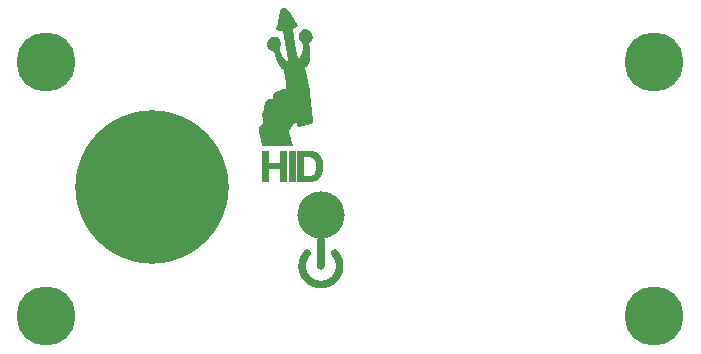
<source format=gbr>
%TF.GenerationSoftware,KiCad,Pcbnew,(7.0.0)*%
%TF.CreationDate,2023-02-18T15:18:28+00:00*%
%TF.ProjectId,frontcase,66726f6e-7463-4617-9365-2e6b69636164,rev?*%
%TF.SameCoordinates,Original*%
%TF.FileFunction,Soldermask,Top*%
%TF.FilePolarity,Negative*%
%FSLAX46Y46*%
G04 Gerber Fmt 4.6, Leading zero omitted, Abs format (unit mm)*
G04 Created by KiCad (PCBNEW (7.0.0)) date 2023-02-18 15:18:28*
%MOMM*%
%LPD*%
G01*
G04 APERTURE LIST*
%ADD10C,0.070000*%
%ADD11C,0.000000*%
%ADD12C,4.000000*%
%ADD13C,5.000000*%
%ADD14C,13.000000*%
G04 APERTURE END LIST*
D10*
G36*
X138342526Y-81439665D02*
G01*
X138359004Y-81441188D01*
X138375674Y-81443549D01*
X138392520Y-81446747D01*
X138409528Y-81450782D01*
X138426682Y-81455655D01*
X138461362Y-81467910D01*
X138496437Y-81483510D01*
X138531781Y-81502454D01*
X138567269Y-81524738D01*
X138602776Y-81550362D01*
X138638177Y-81579322D01*
X138673347Y-81611617D01*
X138708161Y-81647245D01*
X138742493Y-81686204D01*
X138776220Y-81728491D01*
X138809215Y-81774105D01*
X138841354Y-81823044D01*
X138872512Y-81875305D01*
X138920790Y-81959321D01*
X138980711Y-82062142D01*
X139044646Y-82170750D01*
X139104963Y-82272129D01*
X139132792Y-82319171D01*
X139159864Y-82366049D01*
X139185507Y-82411521D01*
X139209051Y-82454348D01*
X139229823Y-82493288D01*
X139247151Y-82527103D01*
X139260365Y-82554552D01*
X139268793Y-82574395D01*
X139272023Y-82582484D01*
X139275872Y-82591077D01*
X139280288Y-82600098D01*
X139285223Y-82609471D01*
X139290625Y-82619120D01*
X139296444Y-82628970D01*
X139302631Y-82638945D01*
X139309135Y-82648970D01*
X139315907Y-82658969D01*
X139322895Y-82668865D01*
X139330050Y-82678585D01*
X139337321Y-82688051D01*
X139344659Y-82697189D01*
X139352014Y-82705922D01*
X139359334Y-82714176D01*
X139366571Y-82721874D01*
X139379160Y-82735231D01*
X139390648Y-82748236D01*
X139401027Y-82760901D01*
X139410290Y-82773240D01*
X139418430Y-82785264D01*
X139425439Y-82796987D01*
X139431311Y-82808420D01*
X139436038Y-82819576D01*
X139439614Y-82830467D01*
X139442031Y-82841106D01*
X139443283Y-82851505D01*
X139443361Y-82861677D01*
X139442260Y-82871635D01*
X139439973Y-82881390D01*
X139436491Y-82890955D01*
X139431808Y-82900343D01*
X139425917Y-82909566D01*
X139418810Y-82918636D01*
X139410482Y-82927566D01*
X139400924Y-82936369D01*
X139390129Y-82945057D01*
X139378092Y-82953641D01*
X139364803Y-82962136D01*
X139350257Y-82970553D01*
X139334446Y-82978905D01*
X139317364Y-82987203D01*
X139299002Y-82995462D01*
X139279355Y-83003692D01*
X139258414Y-83011907D01*
X139236174Y-83020119D01*
X139187764Y-83036583D01*
X139051874Y-83080925D01*
X139010183Y-83094815D01*
X138994453Y-83100393D01*
X139002818Y-83150432D01*
X139026734Y-83285381D01*
X139106519Y-83727678D01*
X139151605Y-83981812D01*
X139190380Y-84211349D01*
X139218713Y-84391087D01*
X139232474Y-84495822D01*
X139250666Y-84645289D01*
X139280748Y-84828482D01*
X139318991Y-85028726D01*
X139361668Y-85229343D01*
X139405051Y-85413659D01*
X139445411Y-85564996D01*
X139463292Y-85623086D01*
X139479019Y-85666678D01*
X139492127Y-85693687D01*
X139497553Y-85700321D01*
X139502149Y-85702028D01*
X139545969Y-85689814D01*
X139587999Y-85671532D01*
X139628182Y-85647542D01*
X139666465Y-85618207D01*
X139702793Y-85583887D01*
X139737111Y-85544946D01*
X139769364Y-85501744D01*
X139799499Y-85454643D01*
X139827459Y-85404005D01*
X139853192Y-85350191D01*
X139876641Y-85293563D01*
X139897752Y-85234483D01*
X139916472Y-85173312D01*
X139932744Y-85110411D01*
X139946515Y-85046144D01*
X139957730Y-84980870D01*
X139966333Y-84914953D01*
X139972272Y-84848752D01*
X139975490Y-84782631D01*
X139975934Y-84716951D01*
X139973548Y-84652073D01*
X139968279Y-84588359D01*
X139960071Y-84526171D01*
X139948869Y-84465870D01*
X139934620Y-84407818D01*
X139917268Y-84352377D01*
X139896759Y-84299907D01*
X139873038Y-84250772D01*
X139846051Y-84205332D01*
X139815743Y-84163950D01*
X139782059Y-84126986D01*
X139744945Y-84094803D01*
X139724282Y-84077776D01*
X139705410Y-84059670D01*
X139688318Y-84040535D01*
X139672994Y-84020425D01*
X139659427Y-83999391D01*
X139647607Y-83977486D01*
X139637523Y-83954762D01*
X139629163Y-83931271D01*
X139622517Y-83907065D01*
X139617574Y-83882197D01*
X139614323Y-83856718D01*
X139612753Y-83830681D01*
X139612852Y-83804138D01*
X139614611Y-83777141D01*
X139618018Y-83749742D01*
X139623061Y-83721994D01*
X139629731Y-83693949D01*
X139638016Y-83665659D01*
X139647905Y-83637175D01*
X139659387Y-83608552D01*
X139672451Y-83579839D01*
X139687087Y-83551090D01*
X139703283Y-83522357D01*
X139721029Y-83493692D01*
X139740313Y-83465148D01*
X139761124Y-83436776D01*
X139783452Y-83408628D01*
X139807286Y-83380757D01*
X139832614Y-83353215D01*
X139859426Y-83326055D01*
X139887710Y-83299327D01*
X139917456Y-83273086D01*
X139929122Y-83263734D01*
X139941279Y-83255138D01*
X139953907Y-83247295D01*
X139966985Y-83240203D01*
X139980492Y-83233859D01*
X139994407Y-83228261D01*
X140008710Y-83223406D01*
X140023379Y-83219291D01*
X140038394Y-83215914D01*
X140053735Y-83213273D01*
X140069380Y-83211364D01*
X140085308Y-83210186D01*
X140101499Y-83209736D01*
X140117932Y-83210011D01*
X140134586Y-83211008D01*
X140151440Y-83212726D01*
X140168474Y-83215161D01*
X140185667Y-83218311D01*
X140202997Y-83222174D01*
X140220444Y-83226747D01*
X140255607Y-83238011D01*
X140290989Y-83252085D01*
X140326422Y-83268948D01*
X140361742Y-83288579D01*
X140396781Y-83310957D01*
X140431372Y-83336064D01*
X140463269Y-83361893D01*
X140493308Y-83388702D01*
X140521484Y-83416414D01*
X140547791Y-83444953D01*
X140572223Y-83474241D01*
X140594775Y-83504201D01*
X140615441Y-83534758D01*
X140634215Y-83565833D01*
X140651091Y-83597351D01*
X140666063Y-83629234D01*
X140679125Y-83661406D01*
X140690272Y-83693790D01*
X140699498Y-83726309D01*
X140706797Y-83758887D01*
X140712163Y-83791446D01*
X140715590Y-83823909D01*
X140717073Y-83856201D01*
X140716606Y-83888244D01*
X140714182Y-83919961D01*
X140709797Y-83951276D01*
X140703444Y-83982111D01*
X140695117Y-84012391D01*
X140684810Y-84042038D01*
X140672519Y-84070975D01*
X140658236Y-84099126D01*
X140641957Y-84126413D01*
X140623675Y-84152761D01*
X140603384Y-84178092D01*
X140581079Y-84202329D01*
X140556754Y-84225396D01*
X140530403Y-84247216D01*
X140502020Y-84267712D01*
X140483796Y-84280036D01*
X140467955Y-84291221D01*
X140460911Y-84296573D01*
X140454441Y-84301864D01*
X140448540Y-84307170D01*
X140443200Y-84312564D01*
X140438414Y-84318123D01*
X140434174Y-84323920D01*
X140430475Y-84330031D01*
X140427309Y-84336530D01*
X140424669Y-84343492D01*
X140422549Y-84350992D01*
X140420941Y-84359105D01*
X140419838Y-84367905D01*
X140419233Y-84377467D01*
X140419120Y-84387867D01*
X140419491Y-84399178D01*
X140420340Y-84411476D01*
X140421659Y-84424835D01*
X140423441Y-84439331D01*
X140425681Y-84455037D01*
X140428369Y-84472030D01*
X140435068Y-84510171D01*
X140443482Y-84554353D01*
X140465232Y-84663233D01*
X140485837Y-84771998D01*
X140501905Y-84873023D01*
X140508307Y-84921840D01*
X140513659Y-84970170D01*
X140517988Y-85018495D01*
X140521322Y-85067297D01*
X140523688Y-85117060D01*
X140525116Y-85168265D01*
X140525264Y-85276933D01*
X140521989Y-85397160D01*
X140515513Y-85532808D01*
X140509291Y-85622707D01*
X140500800Y-85706553D01*
X140489872Y-85784616D01*
X140476335Y-85857171D01*
X140460021Y-85924490D01*
X140440758Y-85986846D01*
X140418376Y-86044511D01*
X140392705Y-86097760D01*
X140363575Y-86146864D01*
X140330816Y-86192096D01*
X140294257Y-86233729D01*
X140253728Y-86272036D01*
X140209060Y-86307291D01*
X140160081Y-86339765D01*
X140106622Y-86369731D01*
X140048513Y-86397463D01*
X140479050Y-88378143D01*
X140485931Y-88421874D01*
X140492796Y-88470738D01*
X140499462Y-88523088D01*
X140505747Y-88577278D01*
X140511470Y-88631663D01*
X140516446Y-88684596D01*
X140520495Y-88734432D01*
X140523434Y-88779525D01*
X140535033Y-88960464D01*
X140549568Y-89139401D01*
X140566470Y-89311825D01*
X140585173Y-89473224D01*
X140605110Y-89619087D01*
X140625713Y-89744901D01*
X140646414Y-89846156D01*
X140666646Y-89918338D01*
X140672901Y-89936890D01*
X140678253Y-89954569D01*
X140682701Y-89971419D01*
X140686243Y-89987486D01*
X140688878Y-90002816D01*
X140690603Y-90017453D01*
X140691417Y-90031443D01*
X140691317Y-90044831D01*
X140690302Y-90057661D01*
X140688370Y-90069979D01*
X140685520Y-90081831D01*
X140681749Y-90093261D01*
X140677055Y-90104315D01*
X140671437Y-90115037D01*
X140664893Y-90125473D01*
X140657421Y-90135669D01*
X140648952Y-90146627D01*
X140645173Y-90151771D01*
X140641708Y-90156767D01*
X140638565Y-90161670D01*
X140635753Y-90166536D01*
X140633280Y-90171422D01*
X140631154Y-90176383D01*
X140629384Y-90181475D01*
X140627977Y-90186754D01*
X140626942Y-90192276D01*
X140626286Y-90198098D01*
X140626019Y-90204274D01*
X140626149Y-90210862D01*
X140626683Y-90217916D01*
X140627630Y-90225494D01*
X140628998Y-90233650D01*
X140630795Y-90242441D01*
X140633030Y-90251923D01*
X140635711Y-90262151D01*
X140638846Y-90273183D01*
X140642443Y-90285073D01*
X140646510Y-90297877D01*
X140651056Y-90311652D01*
X140661617Y-90342338D01*
X140674190Y-90377578D01*
X140688843Y-90417819D01*
X140705641Y-90463510D01*
X140728118Y-90527061D01*
X140747275Y-90586791D01*
X140763101Y-90642839D01*
X140775588Y-90695341D01*
X140784725Y-90744437D01*
X140790502Y-90790266D01*
X140792911Y-90832964D01*
X140791942Y-90872671D01*
X140787584Y-90909525D01*
X140779829Y-90943663D01*
X140768666Y-90975225D01*
X140754086Y-91004348D01*
X140736079Y-91031172D01*
X140714635Y-91055833D01*
X140689746Y-91078471D01*
X140661401Y-91099223D01*
X140630669Y-91116735D01*
X140589359Y-91136023D01*
X140538830Y-91156707D01*
X140480445Y-91178406D01*
X140345545Y-91223322D01*
X140195547Y-91267720D01*
X140041339Y-91308550D01*
X139893807Y-91342763D01*
X139825948Y-91356434D01*
X139763840Y-91367307D01*
X139708845Y-91375001D01*
X139662324Y-91379133D01*
X139565127Y-91384306D01*
X139502329Y-91210529D01*
X139481510Y-91153251D01*
X139465204Y-91110318D01*
X139458319Y-91093634D01*
X139452054Y-91079821D01*
X139446239Y-91068639D01*
X139440705Y-91059850D01*
X139435281Y-91053214D01*
X139432558Y-91050630D01*
X139429799Y-91048494D01*
X139426983Y-91046778D01*
X139424088Y-91045451D01*
X139421094Y-91044483D01*
X139417980Y-91043845D01*
X139411304Y-91043438D01*
X139403891Y-91043991D01*
X139386176Y-91047024D01*
X139372418Y-91050483D01*
X139354924Y-91056164D01*
X139311281Y-91072969D01*
X139260351Y-91094977D01*
X139207238Y-91119731D01*
X139157044Y-91144770D01*
X139114872Y-91167634D01*
X139098390Y-91177482D01*
X139085827Y-91185864D01*
X139077822Y-91192472D01*
X139075727Y-91195015D01*
X139075011Y-91196999D01*
X139074946Y-91197732D01*
X139074751Y-91198660D01*
X139073987Y-91201074D01*
X139072745Y-91204194D01*
X139071051Y-91207976D01*
X139068931Y-91212371D01*
X139066409Y-91217334D01*
X139060267Y-91228774D01*
X139052829Y-91241924D01*
X139044302Y-91256411D01*
X139034892Y-91271862D01*
X139024802Y-91287905D01*
X139000495Y-91326654D01*
X138971440Y-91374046D01*
X138941286Y-91424082D01*
X138913678Y-91470760D01*
X138900109Y-91493231D01*
X138884868Y-91517150D01*
X138868473Y-91541783D01*
X138851442Y-91566395D01*
X138834293Y-91590251D01*
X138817545Y-91612615D01*
X138801716Y-91632753D01*
X138787323Y-91649928D01*
X138780377Y-91658602D01*
X138773885Y-91668185D01*
X138767845Y-91678642D01*
X138762258Y-91689937D01*
X138757124Y-91702034D01*
X138752443Y-91714899D01*
X138744438Y-91742788D01*
X138738243Y-91773318D01*
X138733856Y-91806207D01*
X138731276Y-91841168D01*
X138730503Y-91877918D01*
X138731536Y-91916173D01*
X138734373Y-91955647D01*
X138739014Y-91996058D01*
X138745457Y-92037119D01*
X138753703Y-92078547D01*
X138763749Y-92120058D01*
X138775595Y-92161367D01*
X138789240Y-92202190D01*
X138813814Y-92276582D01*
X138852390Y-92400273D01*
X138899679Y-92556051D01*
X138950393Y-92726705D01*
X138996504Y-92880440D01*
X139050305Y-93056536D01*
X136500000Y-93056536D01*
X136399221Y-92504455D01*
X136358737Y-92279330D01*
X136326330Y-92085616D01*
X136301840Y-91921776D01*
X136285103Y-91786271D01*
X136275957Y-91677563D01*
X136274239Y-91594114D01*
X136276114Y-91561382D01*
X136279786Y-91534387D01*
X136285234Y-91512937D01*
X136292438Y-91496842D01*
X136295003Y-91493038D01*
X136298977Y-91487811D01*
X136310816Y-91473459D01*
X136327283Y-91454523D01*
X136347710Y-91431741D01*
X136371427Y-91405851D01*
X136397763Y-91377592D01*
X136426049Y-91347700D01*
X136455616Y-91316915D01*
X136485458Y-91285566D01*
X136512266Y-91256257D01*
X136536135Y-91228777D01*
X136557157Y-91202913D01*
X136575425Y-91178453D01*
X136591035Y-91155186D01*
X136604079Y-91132898D01*
X136614651Y-91111379D01*
X136619039Y-91100841D01*
X136622844Y-91090415D01*
X136626079Y-91080076D01*
X136628753Y-91069796D01*
X136630880Y-91059549D01*
X136632471Y-91049309D01*
X136633537Y-91039049D01*
X136634091Y-91028742D01*
X136633708Y-91007883D01*
X136631414Y-90986520D01*
X136627304Y-90964441D01*
X136621471Y-90941434D01*
X136616988Y-90925007D01*
X136612133Y-90906173D01*
X136601929Y-90863937D01*
X136592090Y-90820035D01*
X136587693Y-90799118D01*
X136583850Y-90779774D01*
X136566766Y-90691778D01*
X136549630Y-90605056D01*
X136543116Y-90567826D01*
X136538456Y-90530775D01*
X136535620Y-90494054D01*
X136534576Y-90457813D01*
X136535294Y-90422203D01*
X136537742Y-90387375D01*
X136541889Y-90353478D01*
X136547704Y-90320664D01*
X136555157Y-90289083D01*
X136564216Y-90258886D01*
X136574849Y-90230224D01*
X136587027Y-90203246D01*
X136600717Y-90178103D01*
X136615889Y-90154947D01*
X136632512Y-90133928D01*
X136650554Y-90115195D01*
X136661850Y-90104592D01*
X136671723Y-90095124D01*
X136680252Y-90086521D01*
X136684039Y-90082458D01*
X136687520Y-90078510D01*
X136690706Y-90074641D01*
X136693607Y-90070819D01*
X136696233Y-90067009D01*
X136698594Y-90063177D01*
X136700701Y-90059289D01*
X136702562Y-90055312D01*
X136704189Y-90051210D01*
X136705592Y-90046951D01*
X136706780Y-90042501D01*
X136707764Y-90037824D01*
X136708554Y-90032888D01*
X136709159Y-90027658D01*
X136709591Y-90022101D01*
X136709859Y-90016182D01*
X136709974Y-90009867D01*
X136709945Y-90003122D01*
X136709496Y-89988209D01*
X136708594Y-89971170D01*
X136705756Y-89929625D01*
X136702238Y-89845881D01*
X136703849Y-89765770D01*
X136710480Y-89689469D01*
X136722020Y-89617152D01*
X136738363Y-89548996D01*
X136759398Y-89485177D01*
X136785016Y-89425871D01*
X136799511Y-89397966D01*
X136815110Y-89371255D01*
X136831801Y-89345760D01*
X136849570Y-89321503D01*
X136868404Y-89298507D01*
X136888288Y-89276793D01*
X136909209Y-89256384D01*
X136931154Y-89237301D01*
X136954108Y-89219566D01*
X136978059Y-89203201D01*
X137002993Y-89188229D01*
X137028896Y-89174671D01*
X137055754Y-89162550D01*
X137083554Y-89151886D01*
X137112282Y-89142704D01*
X137141925Y-89135023D01*
X137172469Y-89128867D01*
X137203901Y-89124258D01*
X137222544Y-89121685D01*
X137243268Y-89118240D01*
X137265382Y-89114072D01*
X137288193Y-89109333D01*
X137311009Y-89104171D01*
X137333140Y-89098737D01*
X137353894Y-89093180D01*
X137372578Y-89087651D01*
X137457043Y-89061135D01*
X137457043Y-88928668D01*
X137457968Y-88890905D01*
X137460723Y-88854766D01*
X137465279Y-88820299D01*
X137471608Y-88787554D01*
X137479683Y-88756581D01*
X137489473Y-88727429D01*
X137500951Y-88700149D01*
X137514088Y-88674789D01*
X137528856Y-88651401D01*
X137545226Y-88630033D01*
X137563169Y-88610735D01*
X137582658Y-88593557D01*
X137603663Y-88578548D01*
X137626157Y-88565759D01*
X137650110Y-88555239D01*
X137675494Y-88547038D01*
X137693015Y-88541684D01*
X137714646Y-88534036D01*
X137739537Y-88524452D01*
X137766836Y-88513290D01*
X137795693Y-88500906D01*
X137825255Y-88487659D01*
X137854673Y-88473906D01*
X137883094Y-88460004D01*
X137965218Y-88420667D01*
X138049512Y-88383742D01*
X138134370Y-88349782D01*
X138218185Y-88319342D01*
X138299351Y-88292973D01*
X138376261Y-88271230D01*
X138412618Y-88262265D01*
X138447308Y-88254665D01*
X138480131Y-88248497D01*
X138510886Y-88243832D01*
X138526414Y-88238398D01*
X138539438Y-88226732D01*
X138550075Y-88209159D01*
X138558441Y-88186007D01*
X138564655Y-88157605D01*
X138568832Y-88124279D01*
X138571546Y-88044165D01*
X138567518Y-87948287D01*
X138557687Y-87839264D01*
X138542986Y-87719715D01*
X138524354Y-87592262D01*
X138479034Y-87324118D01*
X138429217Y-87055791D01*
X138382391Y-86808240D01*
X138346043Y-86602423D01*
X138334298Y-86596087D01*
X138322474Y-86589396D01*
X138310512Y-86582318D01*
X138298356Y-86574820D01*
X138285948Y-86566871D01*
X138273231Y-86558437D01*
X138260146Y-86549486D01*
X138246638Y-86539987D01*
X138223637Y-86522668D01*
X138200525Y-86503412D01*
X138154067Y-86459284D01*
X138107472Y-86407999D01*
X138060946Y-86349953D01*
X138014696Y-86285541D01*
X137968929Y-86215160D01*
X137923851Y-86139205D01*
X137879669Y-86058071D01*
X137836591Y-85972155D01*
X137794822Y-85881853D01*
X137754569Y-85787559D01*
X137716040Y-85689670D01*
X137679440Y-85588583D01*
X137644977Y-85484691D01*
X137612858Y-85378392D01*
X137583288Y-85270080D01*
X137526496Y-85050326D01*
X137426079Y-85026885D01*
X137360473Y-85008439D01*
X137300077Y-84985205D01*
X137244832Y-84957546D01*
X137194678Y-84925825D01*
X137149555Y-84890405D01*
X137109404Y-84851649D01*
X137074167Y-84809921D01*
X137043783Y-84765583D01*
X137018193Y-84719000D01*
X136997338Y-84670533D01*
X136981159Y-84620547D01*
X136969595Y-84569403D01*
X136962589Y-84517467D01*
X136960080Y-84465099D01*
X136962009Y-84412665D01*
X136968317Y-84360527D01*
X136978944Y-84309047D01*
X136993831Y-84258590D01*
X137012919Y-84209518D01*
X137036148Y-84162195D01*
X137063459Y-84116984D01*
X137094793Y-84074247D01*
X137130090Y-84034349D01*
X137169291Y-83997652D01*
X137212336Y-83964519D01*
X137259167Y-83935313D01*
X137309723Y-83910398D01*
X137363946Y-83890137D01*
X137421776Y-83874894D01*
X137483154Y-83865030D01*
X137548020Y-83860909D01*
X137616315Y-83862895D01*
X137644777Y-83866225D01*
X137672518Y-83871906D01*
X137699498Y-83879844D01*
X137725675Y-83889948D01*
X137751011Y-83902123D01*
X137775464Y-83916278D01*
X137798995Y-83932320D01*
X137821562Y-83950156D01*
X137843127Y-83969693D01*
X137863647Y-83990839D01*
X137883084Y-84013500D01*
X137901396Y-84037585D01*
X137918544Y-84063000D01*
X137934487Y-84089652D01*
X137949185Y-84117450D01*
X137962597Y-84146299D01*
X137974684Y-84176108D01*
X137985404Y-84206784D01*
X137994719Y-84238234D01*
X138002586Y-84270365D01*
X138008966Y-84303084D01*
X138013819Y-84336299D01*
X138017105Y-84369917D01*
X138018782Y-84403846D01*
X138018811Y-84437992D01*
X138017151Y-84472263D01*
X138013763Y-84506566D01*
X138008605Y-84540808D01*
X138001638Y-84574897D01*
X137992821Y-84608739D01*
X137982114Y-84642243D01*
X137969477Y-84675315D01*
X137926611Y-84778627D01*
X137997366Y-85029491D01*
X138020288Y-85105526D01*
X138045984Y-85181309D01*
X138074113Y-85256264D01*
X138104335Y-85329811D01*
X138136309Y-85401372D01*
X138169693Y-85470369D01*
X138204146Y-85536223D01*
X138239328Y-85598356D01*
X138274897Y-85656191D01*
X138310512Y-85709148D01*
X138345833Y-85756649D01*
X138380517Y-85798117D01*
X138414224Y-85832972D01*
X138446614Y-85860638D01*
X138477344Y-85880534D01*
X138491981Y-85887388D01*
X138506074Y-85892083D01*
X138519326Y-85895108D01*
X138534218Y-85897773D01*
X138550402Y-85900074D01*
X138567527Y-85902007D01*
X138603202Y-85904750D01*
X138638445Y-85905966D01*
X138670458Y-85905618D01*
X138684379Y-85904846D01*
X138696443Y-85903670D01*
X138706301Y-85902086D01*
X138713602Y-85900087D01*
X138716185Y-85898932D01*
X138717997Y-85897671D01*
X138718996Y-85896305D01*
X138719137Y-85894833D01*
X138710721Y-85811710D01*
X138692332Y-85621217D01*
X138683599Y-85543643D01*
X138670187Y-85444931D01*
X138652075Y-85324949D01*
X138629240Y-85183564D01*
X138569314Y-84836053D01*
X138490231Y-84401337D01*
X138363167Y-83700841D01*
X138322699Y-83466345D01*
X138305674Y-83354801D01*
X138302949Y-83323956D01*
X138301652Y-83311510D01*
X138300287Y-83300884D01*
X138298770Y-83291958D01*
X138297016Y-83284607D01*
X138296025Y-83281485D01*
X138294943Y-83278711D01*
X138293759Y-83276269D01*
X138292465Y-83274146D01*
X138291048Y-83272324D01*
X138289499Y-83270790D01*
X138287806Y-83269527D01*
X138285960Y-83268521D01*
X138283950Y-83267756D01*
X138281766Y-83267217D01*
X138279396Y-83266888D01*
X138276831Y-83266754D01*
X138271073Y-83267012D01*
X138264406Y-83267867D01*
X138248012Y-83270879D01*
X138221156Y-83275573D01*
X138193396Y-83279369D01*
X138164963Y-83282283D01*
X138136087Y-83284327D01*
X138106996Y-83285516D01*
X138077921Y-83285864D01*
X138049090Y-83285383D01*
X138020733Y-83284089D01*
X137993080Y-83281995D01*
X137966361Y-83279114D01*
X137940804Y-83275462D01*
X137916639Y-83271051D01*
X137894096Y-83265895D01*
X137873405Y-83260009D01*
X137854794Y-83253406D01*
X137838493Y-83246100D01*
X137828465Y-83240871D01*
X137818991Y-83235641D01*
X137810065Y-83230390D01*
X137801682Y-83225102D01*
X137793838Y-83219759D01*
X137786527Y-83214342D01*
X137779745Y-83208836D01*
X137773487Y-83203220D01*
X137767748Y-83197479D01*
X137762523Y-83191595D01*
X137757808Y-83185548D01*
X137753596Y-83179323D01*
X137749884Y-83172901D01*
X137746667Y-83166265D01*
X137743939Y-83159396D01*
X137741695Y-83152277D01*
X137739932Y-83144891D01*
X137738644Y-83137220D01*
X137737825Y-83129245D01*
X137737472Y-83120950D01*
X137737579Y-83112317D01*
X137738142Y-83103327D01*
X137739155Y-83093964D01*
X137740613Y-83084209D01*
X137742512Y-83074045D01*
X137744848Y-83063455D01*
X137747614Y-83052419D01*
X137750806Y-83040922D01*
X137758448Y-83016469D01*
X137767737Y-82989955D01*
X137798910Y-82890975D01*
X137835482Y-82753338D01*
X137874608Y-82590353D01*
X137913442Y-82415332D01*
X137949141Y-82241585D01*
X137978860Y-82082421D01*
X137999754Y-81951153D01*
X138006002Y-81900138D01*
X138008978Y-81861089D01*
X138012409Y-81809396D01*
X138018611Y-81761089D01*
X138027457Y-81716163D01*
X138038823Y-81674619D01*
X138052584Y-81636452D01*
X138060323Y-81618635D01*
X138068614Y-81601662D01*
X138077442Y-81585532D01*
X138086790Y-81570245D01*
X138096643Y-81555802D01*
X138106985Y-81542201D01*
X138117801Y-81529443D01*
X138129075Y-81517527D01*
X138140791Y-81506452D01*
X138152934Y-81496220D01*
X138165489Y-81486829D01*
X138178439Y-81478278D01*
X138191769Y-81470569D01*
X138205463Y-81463701D01*
X138219506Y-81457672D01*
X138233882Y-81452484D01*
X138248575Y-81448135D01*
X138263570Y-81444627D01*
X138278851Y-81441957D01*
X138294403Y-81440126D01*
X138326256Y-81438981D01*
X138342526Y-81439665D01*
G37*
X138342526Y-81439665D02*
X138359004Y-81441188D01*
X138375674Y-81443549D01*
X138392520Y-81446747D01*
X138409528Y-81450782D01*
X138426682Y-81455655D01*
X138461362Y-81467910D01*
X138496437Y-81483510D01*
X138531781Y-81502454D01*
X138567269Y-81524738D01*
X138602776Y-81550362D01*
X138638177Y-81579322D01*
X138673347Y-81611617D01*
X138708161Y-81647245D01*
X138742493Y-81686204D01*
X138776220Y-81728491D01*
X138809215Y-81774105D01*
X138841354Y-81823044D01*
X138872512Y-81875305D01*
X138920790Y-81959321D01*
X138980711Y-82062142D01*
X139044646Y-82170750D01*
X139104963Y-82272129D01*
X139132792Y-82319171D01*
X139159864Y-82366049D01*
X139185507Y-82411521D01*
X139209051Y-82454348D01*
X139229823Y-82493288D01*
X139247151Y-82527103D01*
X139260365Y-82554552D01*
X139268793Y-82574395D01*
X139272023Y-82582484D01*
X139275872Y-82591077D01*
X139280288Y-82600098D01*
X139285223Y-82609471D01*
X139290625Y-82619120D01*
X139296444Y-82628970D01*
X139302631Y-82638945D01*
X139309135Y-82648970D01*
X139315907Y-82658969D01*
X139322895Y-82668865D01*
X139330050Y-82678585D01*
X139337321Y-82688051D01*
X139344659Y-82697189D01*
X139352014Y-82705922D01*
X139359334Y-82714176D01*
X139366571Y-82721874D01*
X139379160Y-82735231D01*
X139390648Y-82748236D01*
X139401027Y-82760901D01*
X139410290Y-82773240D01*
X139418430Y-82785264D01*
X139425439Y-82796987D01*
X139431311Y-82808420D01*
X139436038Y-82819576D01*
X139439614Y-82830467D01*
X139442031Y-82841106D01*
X139443283Y-82851505D01*
X139443361Y-82861677D01*
X139442260Y-82871635D01*
X139439973Y-82881390D01*
X139436491Y-82890955D01*
X139431808Y-82900343D01*
X139425917Y-82909566D01*
X139418810Y-82918636D01*
X139410482Y-82927566D01*
X139400924Y-82936369D01*
X139390129Y-82945057D01*
X139378092Y-82953641D01*
X139364803Y-82962136D01*
X139350257Y-82970553D01*
X139334446Y-82978905D01*
X139317364Y-82987203D01*
X139299002Y-82995462D01*
X139279355Y-83003692D01*
X139258414Y-83011907D01*
X139236174Y-83020119D01*
X139187764Y-83036583D01*
X139051874Y-83080925D01*
X139010183Y-83094815D01*
X138994453Y-83100393D01*
X139002818Y-83150432D01*
X139026734Y-83285381D01*
X139106519Y-83727678D01*
X139151605Y-83981812D01*
X139190380Y-84211349D01*
X139218713Y-84391087D01*
X139232474Y-84495822D01*
X139250666Y-84645289D01*
X139280748Y-84828482D01*
X139318991Y-85028726D01*
X139361668Y-85229343D01*
X139405051Y-85413659D01*
X139445411Y-85564996D01*
X139463292Y-85623086D01*
X139479019Y-85666678D01*
X139492127Y-85693687D01*
X139497553Y-85700321D01*
X139502149Y-85702028D01*
X139545969Y-85689814D01*
X139587999Y-85671532D01*
X139628182Y-85647542D01*
X139666465Y-85618207D01*
X139702793Y-85583887D01*
X139737111Y-85544946D01*
X139769364Y-85501744D01*
X139799499Y-85454643D01*
X139827459Y-85404005D01*
X139853192Y-85350191D01*
X139876641Y-85293563D01*
X139897752Y-85234483D01*
X139916472Y-85173312D01*
X139932744Y-85110411D01*
X139946515Y-85046144D01*
X139957730Y-84980870D01*
X139966333Y-84914953D01*
X139972272Y-84848752D01*
X139975490Y-84782631D01*
X139975934Y-84716951D01*
X139973548Y-84652073D01*
X139968279Y-84588359D01*
X139960071Y-84526171D01*
X139948869Y-84465870D01*
X139934620Y-84407818D01*
X139917268Y-84352377D01*
X139896759Y-84299907D01*
X139873038Y-84250772D01*
X139846051Y-84205332D01*
X139815743Y-84163950D01*
X139782059Y-84126986D01*
X139744945Y-84094803D01*
X139724282Y-84077776D01*
X139705410Y-84059670D01*
X139688318Y-84040535D01*
X139672994Y-84020425D01*
X139659427Y-83999391D01*
X139647607Y-83977486D01*
X139637523Y-83954762D01*
X139629163Y-83931271D01*
X139622517Y-83907065D01*
X139617574Y-83882197D01*
X139614323Y-83856718D01*
X139612753Y-83830681D01*
X139612852Y-83804138D01*
X139614611Y-83777141D01*
X139618018Y-83749742D01*
X139623061Y-83721994D01*
X139629731Y-83693949D01*
X139638016Y-83665659D01*
X139647905Y-83637175D01*
X139659387Y-83608552D01*
X139672451Y-83579839D01*
X139687087Y-83551090D01*
X139703283Y-83522357D01*
X139721029Y-83493692D01*
X139740313Y-83465148D01*
X139761124Y-83436776D01*
X139783452Y-83408628D01*
X139807286Y-83380757D01*
X139832614Y-83353215D01*
X139859426Y-83326055D01*
X139887710Y-83299327D01*
X139917456Y-83273086D01*
X139929122Y-83263734D01*
X139941279Y-83255138D01*
X139953907Y-83247295D01*
X139966985Y-83240203D01*
X139980492Y-83233859D01*
X139994407Y-83228261D01*
X140008710Y-83223406D01*
X140023379Y-83219291D01*
X140038394Y-83215914D01*
X140053735Y-83213273D01*
X140069380Y-83211364D01*
X140085308Y-83210186D01*
X140101499Y-83209736D01*
X140117932Y-83210011D01*
X140134586Y-83211008D01*
X140151440Y-83212726D01*
X140168474Y-83215161D01*
X140185667Y-83218311D01*
X140202997Y-83222174D01*
X140220444Y-83226747D01*
X140255607Y-83238011D01*
X140290989Y-83252085D01*
X140326422Y-83268948D01*
X140361742Y-83288579D01*
X140396781Y-83310957D01*
X140431372Y-83336064D01*
X140463269Y-83361893D01*
X140493308Y-83388702D01*
X140521484Y-83416414D01*
X140547791Y-83444953D01*
X140572223Y-83474241D01*
X140594775Y-83504201D01*
X140615441Y-83534758D01*
X140634215Y-83565833D01*
X140651091Y-83597351D01*
X140666063Y-83629234D01*
X140679125Y-83661406D01*
X140690272Y-83693790D01*
X140699498Y-83726309D01*
X140706797Y-83758887D01*
X140712163Y-83791446D01*
X140715590Y-83823909D01*
X140717073Y-83856201D01*
X140716606Y-83888244D01*
X140714182Y-83919961D01*
X140709797Y-83951276D01*
X140703444Y-83982111D01*
X140695117Y-84012391D01*
X140684810Y-84042038D01*
X140672519Y-84070975D01*
X140658236Y-84099126D01*
X140641957Y-84126413D01*
X140623675Y-84152761D01*
X140603384Y-84178092D01*
X140581079Y-84202329D01*
X140556754Y-84225396D01*
X140530403Y-84247216D01*
X140502020Y-84267712D01*
X140483796Y-84280036D01*
X140467955Y-84291221D01*
X140460911Y-84296573D01*
X140454441Y-84301864D01*
X140448540Y-84307170D01*
X140443200Y-84312564D01*
X140438414Y-84318123D01*
X140434174Y-84323920D01*
X140430475Y-84330031D01*
X140427309Y-84336530D01*
X140424669Y-84343492D01*
X140422549Y-84350992D01*
X140420941Y-84359105D01*
X140419838Y-84367905D01*
X140419233Y-84377467D01*
X140419120Y-84387867D01*
X140419491Y-84399178D01*
X140420340Y-84411476D01*
X140421659Y-84424835D01*
X140423441Y-84439331D01*
X140425681Y-84455037D01*
X140428369Y-84472030D01*
X140435068Y-84510171D01*
X140443482Y-84554353D01*
X140465232Y-84663233D01*
X140485837Y-84771998D01*
X140501905Y-84873023D01*
X140508307Y-84921840D01*
X140513659Y-84970170D01*
X140517988Y-85018495D01*
X140521322Y-85067297D01*
X140523688Y-85117060D01*
X140525116Y-85168265D01*
X140525264Y-85276933D01*
X140521989Y-85397160D01*
X140515513Y-85532808D01*
X140509291Y-85622707D01*
X140500800Y-85706553D01*
X140489872Y-85784616D01*
X140476335Y-85857171D01*
X140460021Y-85924490D01*
X140440758Y-85986846D01*
X140418376Y-86044511D01*
X140392705Y-86097760D01*
X140363575Y-86146864D01*
X140330816Y-86192096D01*
X140294257Y-86233729D01*
X140253728Y-86272036D01*
X140209060Y-86307291D01*
X140160081Y-86339765D01*
X140106622Y-86369731D01*
X140048513Y-86397463D01*
X140479050Y-88378143D01*
X140485931Y-88421874D01*
X140492796Y-88470738D01*
X140499462Y-88523088D01*
X140505747Y-88577278D01*
X140511470Y-88631663D01*
X140516446Y-88684596D01*
X140520495Y-88734432D01*
X140523434Y-88779525D01*
X140535033Y-88960464D01*
X140549568Y-89139401D01*
X140566470Y-89311825D01*
X140585173Y-89473224D01*
X140605110Y-89619087D01*
X140625713Y-89744901D01*
X140646414Y-89846156D01*
X140666646Y-89918338D01*
X140672901Y-89936890D01*
X140678253Y-89954569D01*
X140682701Y-89971419D01*
X140686243Y-89987486D01*
X140688878Y-90002816D01*
X140690603Y-90017453D01*
X140691417Y-90031443D01*
X140691317Y-90044831D01*
X140690302Y-90057661D01*
X140688370Y-90069979D01*
X140685520Y-90081831D01*
X140681749Y-90093261D01*
X140677055Y-90104315D01*
X140671437Y-90115037D01*
X140664893Y-90125473D01*
X140657421Y-90135669D01*
X140648952Y-90146627D01*
X140645173Y-90151771D01*
X140641708Y-90156767D01*
X140638565Y-90161670D01*
X140635753Y-90166536D01*
X140633280Y-90171422D01*
X140631154Y-90176383D01*
X140629384Y-90181475D01*
X140627977Y-90186754D01*
X140626942Y-90192276D01*
X140626286Y-90198098D01*
X140626019Y-90204274D01*
X140626149Y-90210862D01*
X140626683Y-90217916D01*
X140627630Y-90225494D01*
X140628998Y-90233650D01*
X140630795Y-90242441D01*
X140633030Y-90251923D01*
X140635711Y-90262151D01*
X140638846Y-90273183D01*
X140642443Y-90285073D01*
X140646510Y-90297877D01*
X140651056Y-90311652D01*
X140661617Y-90342338D01*
X140674190Y-90377578D01*
X140688843Y-90417819D01*
X140705641Y-90463510D01*
X140728118Y-90527061D01*
X140747275Y-90586791D01*
X140763101Y-90642839D01*
X140775588Y-90695341D01*
X140784725Y-90744437D01*
X140790502Y-90790266D01*
X140792911Y-90832964D01*
X140791942Y-90872671D01*
X140787584Y-90909525D01*
X140779829Y-90943663D01*
X140768666Y-90975225D01*
X140754086Y-91004348D01*
X140736079Y-91031172D01*
X140714635Y-91055833D01*
X140689746Y-91078471D01*
X140661401Y-91099223D01*
X140630669Y-91116735D01*
X140589359Y-91136023D01*
X140538830Y-91156707D01*
X140480445Y-91178406D01*
X140345545Y-91223322D01*
X140195547Y-91267720D01*
X140041339Y-91308550D01*
X139893807Y-91342763D01*
X139825948Y-91356434D01*
X139763840Y-91367307D01*
X139708845Y-91375001D01*
X139662324Y-91379133D01*
X139565127Y-91384306D01*
X139502329Y-91210529D01*
X139481510Y-91153251D01*
X139465204Y-91110318D01*
X139458319Y-91093634D01*
X139452054Y-91079821D01*
X139446239Y-91068639D01*
X139440705Y-91059850D01*
X139435281Y-91053214D01*
X139432558Y-91050630D01*
X139429799Y-91048494D01*
X139426983Y-91046778D01*
X139424088Y-91045451D01*
X139421094Y-91044483D01*
X139417980Y-91043845D01*
X139411304Y-91043438D01*
X139403891Y-91043991D01*
X139386176Y-91047024D01*
X139372418Y-91050483D01*
X139354924Y-91056164D01*
X139311281Y-91072969D01*
X139260351Y-91094977D01*
X139207238Y-91119731D01*
X139157044Y-91144770D01*
X139114872Y-91167634D01*
X139098390Y-91177482D01*
X139085827Y-91185864D01*
X139077822Y-91192472D01*
X139075727Y-91195015D01*
X139075011Y-91196999D01*
X139074946Y-91197732D01*
X139074751Y-91198660D01*
X139073987Y-91201074D01*
X139072745Y-91204194D01*
X139071051Y-91207976D01*
X139068931Y-91212371D01*
X139066409Y-91217334D01*
X139060267Y-91228774D01*
X139052829Y-91241924D01*
X139044302Y-91256411D01*
X139034892Y-91271862D01*
X139024802Y-91287905D01*
X139000495Y-91326654D01*
X138971440Y-91374046D01*
X138941286Y-91424082D01*
X138913678Y-91470760D01*
X138900109Y-91493231D01*
X138884868Y-91517150D01*
X138868473Y-91541783D01*
X138851442Y-91566395D01*
X138834293Y-91590251D01*
X138817545Y-91612615D01*
X138801716Y-91632753D01*
X138787323Y-91649928D01*
X138780377Y-91658602D01*
X138773885Y-91668185D01*
X138767845Y-91678642D01*
X138762258Y-91689937D01*
X138757124Y-91702034D01*
X138752443Y-91714899D01*
X138744438Y-91742788D01*
X138738243Y-91773318D01*
X138733856Y-91806207D01*
X138731276Y-91841168D01*
X138730503Y-91877918D01*
X138731536Y-91916173D01*
X138734373Y-91955647D01*
X138739014Y-91996058D01*
X138745457Y-92037119D01*
X138753703Y-92078547D01*
X138763749Y-92120058D01*
X138775595Y-92161367D01*
X138789240Y-92202190D01*
X138813814Y-92276582D01*
X138852390Y-92400273D01*
X138899679Y-92556051D01*
X138950393Y-92726705D01*
X138996504Y-92880440D01*
X139050305Y-93056536D01*
X136500000Y-93056536D01*
X136399221Y-92504455D01*
X136358737Y-92279330D01*
X136326330Y-92085616D01*
X136301840Y-91921776D01*
X136285103Y-91786271D01*
X136275957Y-91677563D01*
X136274239Y-91594114D01*
X136276114Y-91561382D01*
X136279786Y-91534387D01*
X136285234Y-91512937D01*
X136292438Y-91496842D01*
X136295003Y-91493038D01*
X136298977Y-91487811D01*
X136310816Y-91473459D01*
X136327283Y-91454523D01*
X136347710Y-91431741D01*
X136371427Y-91405851D01*
X136397763Y-91377592D01*
X136426049Y-91347700D01*
X136455616Y-91316915D01*
X136485458Y-91285566D01*
X136512266Y-91256257D01*
X136536135Y-91228777D01*
X136557157Y-91202913D01*
X136575425Y-91178453D01*
X136591035Y-91155186D01*
X136604079Y-91132898D01*
X136614651Y-91111379D01*
X136619039Y-91100841D01*
X136622844Y-91090415D01*
X136626079Y-91080076D01*
X136628753Y-91069796D01*
X136630880Y-91059549D01*
X136632471Y-91049309D01*
X136633537Y-91039049D01*
X136634091Y-91028742D01*
X136633708Y-91007883D01*
X136631414Y-90986520D01*
X136627304Y-90964441D01*
X136621471Y-90941434D01*
X136616988Y-90925007D01*
X136612133Y-90906173D01*
X136601929Y-90863937D01*
X136592090Y-90820035D01*
X136587693Y-90799118D01*
X136583850Y-90779774D01*
X136566766Y-90691778D01*
X136549630Y-90605056D01*
X136543116Y-90567826D01*
X136538456Y-90530775D01*
X136535620Y-90494054D01*
X136534576Y-90457813D01*
X136535294Y-90422203D01*
X136537742Y-90387375D01*
X136541889Y-90353478D01*
X136547704Y-90320664D01*
X136555157Y-90289083D01*
X136564216Y-90258886D01*
X136574849Y-90230224D01*
X136587027Y-90203246D01*
X136600717Y-90178103D01*
X136615889Y-90154947D01*
X136632512Y-90133928D01*
X136650554Y-90115195D01*
X136661850Y-90104592D01*
X136671723Y-90095124D01*
X136680252Y-90086521D01*
X136684039Y-90082458D01*
X136687520Y-90078510D01*
X136690706Y-90074641D01*
X136693607Y-90070819D01*
X136696233Y-90067009D01*
X136698594Y-90063177D01*
X136700701Y-90059289D01*
X136702562Y-90055312D01*
X136704189Y-90051210D01*
X136705592Y-90046951D01*
X136706780Y-90042501D01*
X136707764Y-90037824D01*
X136708554Y-90032888D01*
X136709159Y-90027658D01*
X136709591Y-90022101D01*
X136709859Y-90016182D01*
X136709974Y-90009867D01*
X136709945Y-90003122D01*
X136709496Y-89988209D01*
X136708594Y-89971170D01*
X136705756Y-89929625D01*
X136702238Y-89845881D01*
X136703849Y-89765770D01*
X136710480Y-89689469D01*
X136722020Y-89617152D01*
X136738363Y-89548996D01*
X136759398Y-89485177D01*
X136785016Y-89425871D01*
X136799511Y-89397966D01*
X136815110Y-89371255D01*
X136831801Y-89345760D01*
X136849570Y-89321503D01*
X136868404Y-89298507D01*
X136888288Y-89276793D01*
X136909209Y-89256384D01*
X136931154Y-89237301D01*
X136954108Y-89219566D01*
X136978059Y-89203201D01*
X137002993Y-89188229D01*
X137028896Y-89174671D01*
X137055754Y-89162550D01*
X137083554Y-89151886D01*
X137112282Y-89142704D01*
X137141925Y-89135023D01*
X137172469Y-89128867D01*
X137203901Y-89124258D01*
X137222544Y-89121685D01*
X137243268Y-89118240D01*
X137265382Y-89114072D01*
X137288193Y-89109333D01*
X137311009Y-89104171D01*
X137333140Y-89098737D01*
X137353894Y-89093180D01*
X137372578Y-89087651D01*
X137457043Y-89061135D01*
X137457043Y-88928668D01*
X137457968Y-88890905D01*
X137460723Y-88854766D01*
X137465279Y-88820299D01*
X137471608Y-88787554D01*
X137479683Y-88756581D01*
X137489473Y-88727429D01*
X137500951Y-88700149D01*
X137514088Y-88674789D01*
X137528856Y-88651401D01*
X137545226Y-88630033D01*
X137563169Y-88610735D01*
X137582658Y-88593557D01*
X137603663Y-88578548D01*
X137626157Y-88565759D01*
X137650110Y-88555239D01*
X137675494Y-88547038D01*
X137693015Y-88541684D01*
X137714646Y-88534036D01*
X137739537Y-88524452D01*
X137766836Y-88513290D01*
X137795693Y-88500906D01*
X137825255Y-88487659D01*
X137854673Y-88473906D01*
X137883094Y-88460004D01*
X137965218Y-88420667D01*
X138049512Y-88383742D01*
X138134370Y-88349782D01*
X138218185Y-88319342D01*
X138299351Y-88292973D01*
X138376261Y-88271230D01*
X138412618Y-88262265D01*
X138447308Y-88254665D01*
X138480131Y-88248497D01*
X138510886Y-88243832D01*
X138526414Y-88238398D01*
X138539438Y-88226732D01*
X138550075Y-88209159D01*
X138558441Y-88186007D01*
X138564655Y-88157605D01*
X138568832Y-88124279D01*
X138571546Y-88044165D01*
X138567518Y-87948287D01*
X138557687Y-87839264D01*
X138542986Y-87719715D01*
X138524354Y-87592262D01*
X138479034Y-87324118D01*
X138429217Y-87055791D01*
X138382391Y-86808240D01*
X138346043Y-86602423D01*
X138334298Y-86596087D01*
X138322474Y-86589396D01*
X138310512Y-86582318D01*
X138298356Y-86574820D01*
X138285948Y-86566871D01*
X138273231Y-86558437D01*
X138260146Y-86549486D01*
X138246638Y-86539987D01*
X138223637Y-86522668D01*
X138200525Y-86503412D01*
X138154067Y-86459284D01*
X138107472Y-86407999D01*
X138060946Y-86349953D01*
X138014696Y-86285541D01*
X137968929Y-86215160D01*
X137923851Y-86139205D01*
X137879669Y-86058071D01*
X137836591Y-85972155D01*
X137794822Y-85881853D01*
X137754569Y-85787559D01*
X137716040Y-85689670D01*
X137679440Y-85588583D01*
X137644977Y-85484691D01*
X137612858Y-85378392D01*
X137583288Y-85270080D01*
X137526496Y-85050326D01*
X137426079Y-85026885D01*
X137360473Y-85008439D01*
X137300077Y-84985205D01*
X137244832Y-84957546D01*
X137194678Y-84925825D01*
X137149555Y-84890405D01*
X137109404Y-84851649D01*
X137074167Y-84809921D01*
X137043783Y-84765583D01*
X137018193Y-84719000D01*
X136997338Y-84670533D01*
X136981159Y-84620547D01*
X136969595Y-84569403D01*
X136962589Y-84517467D01*
X136960080Y-84465099D01*
X136962009Y-84412665D01*
X136968317Y-84360527D01*
X136978944Y-84309047D01*
X136993831Y-84258590D01*
X137012919Y-84209518D01*
X137036148Y-84162195D01*
X137063459Y-84116984D01*
X137094793Y-84074247D01*
X137130090Y-84034349D01*
X137169291Y-83997652D01*
X137212336Y-83964519D01*
X137259167Y-83935313D01*
X137309723Y-83910398D01*
X137363946Y-83890137D01*
X137421776Y-83874894D01*
X137483154Y-83865030D01*
X137548020Y-83860909D01*
X137616315Y-83862895D01*
X137644777Y-83866225D01*
X137672518Y-83871906D01*
X137699498Y-83879844D01*
X137725675Y-83889948D01*
X137751011Y-83902123D01*
X137775464Y-83916278D01*
X137798995Y-83932320D01*
X137821562Y-83950156D01*
X137843127Y-83969693D01*
X137863647Y-83990839D01*
X137883084Y-84013500D01*
X137901396Y-84037585D01*
X137918544Y-84063000D01*
X137934487Y-84089652D01*
X137949185Y-84117450D01*
X137962597Y-84146299D01*
X137974684Y-84176108D01*
X137985404Y-84206784D01*
X137994719Y-84238234D01*
X138002586Y-84270365D01*
X138008966Y-84303084D01*
X138013819Y-84336299D01*
X138017105Y-84369917D01*
X138018782Y-84403846D01*
X138018811Y-84437992D01*
X138017151Y-84472263D01*
X138013763Y-84506566D01*
X138008605Y-84540808D01*
X138001638Y-84574897D01*
X137992821Y-84608739D01*
X137982114Y-84642243D01*
X137969477Y-84675315D01*
X137926611Y-84778627D01*
X137997366Y-85029491D01*
X138020288Y-85105526D01*
X138045984Y-85181309D01*
X138074113Y-85256264D01*
X138104335Y-85329811D01*
X138136309Y-85401372D01*
X138169693Y-85470369D01*
X138204146Y-85536223D01*
X138239328Y-85598356D01*
X138274897Y-85656191D01*
X138310512Y-85709148D01*
X138345833Y-85756649D01*
X138380517Y-85798117D01*
X138414224Y-85832972D01*
X138446614Y-85860638D01*
X138477344Y-85880534D01*
X138491981Y-85887388D01*
X138506074Y-85892083D01*
X138519326Y-85895108D01*
X138534218Y-85897773D01*
X138550402Y-85900074D01*
X138567527Y-85902007D01*
X138603202Y-85904750D01*
X138638445Y-85905966D01*
X138670458Y-85905618D01*
X138684379Y-85904846D01*
X138696443Y-85903670D01*
X138706301Y-85902086D01*
X138713602Y-85900087D01*
X138716185Y-85898932D01*
X138717997Y-85897671D01*
X138718996Y-85896305D01*
X138719137Y-85894833D01*
X138710721Y-85811710D01*
X138692332Y-85621217D01*
X138683599Y-85543643D01*
X138670187Y-85444931D01*
X138652075Y-85324949D01*
X138629240Y-85183564D01*
X138569314Y-84836053D01*
X138490231Y-84401337D01*
X138363167Y-83700841D01*
X138322699Y-83466345D01*
X138305674Y-83354801D01*
X138302949Y-83323956D01*
X138301652Y-83311510D01*
X138300287Y-83300884D01*
X138298770Y-83291958D01*
X138297016Y-83284607D01*
X138296025Y-83281485D01*
X138294943Y-83278711D01*
X138293759Y-83276269D01*
X138292465Y-83274146D01*
X138291048Y-83272324D01*
X138289499Y-83270790D01*
X138287806Y-83269527D01*
X138285960Y-83268521D01*
X138283950Y-83267756D01*
X138281766Y-83267217D01*
X138279396Y-83266888D01*
X138276831Y-83266754D01*
X138271073Y-83267012D01*
X138264406Y-83267867D01*
X138248012Y-83270879D01*
X138221156Y-83275573D01*
X138193396Y-83279369D01*
X138164963Y-83282283D01*
X138136087Y-83284327D01*
X138106996Y-83285516D01*
X138077921Y-83285864D01*
X138049090Y-83285383D01*
X138020733Y-83284089D01*
X137993080Y-83281995D01*
X137966361Y-83279114D01*
X137940804Y-83275462D01*
X137916639Y-83271051D01*
X137894096Y-83265895D01*
X137873405Y-83260009D01*
X137854794Y-83253406D01*
X137838493Y-83246100D01*
X137828465Y-83240871D01*
X137818991Y-83235641D01*
X137810065Y-83230390D01*
X137801682Y-83225102D01*
X137793838Y-83219759D01*
X137786527Y-83214342D01*
X137779745Y-83208836D01*
X137773487Y-83203220D01*
X137767748Y-83197479D01*
X137762523Y-83191595D01*
X137757808Y-83185548D01*
X137753596Y-83179323D01*
X137749884Y-83172901D01*
X137746667Y-83166265D01*
X137743939Y-83159396D01*
X137741695Y-83152277D01*
X137739932Y-83144891D01*
X137738644Y-83137220D01*
X137737825Y-83129245D01*
X137737472Y-83120950D01*
X137737579Y-83112317D01*
X137738142Y-83103327D01*
X137739155Y-83093964D01*
X137740613Y-83084209D01*
X137742512Y-83074045D01*
X137744848Y-83063455D01*
X137747614Y-83052419D01*
X137750806Y-83040922D01*
X137758448Y-83016469D01*
X137767737Y-82989955D01*
X137798910Y-82890975D01*
X137835482Y-82753338D01*
X137874608Y-82590353D01*
X137913442Y-82415332D01*
X137949141Y-82241585D01*
X137978860Y-82082421D01*
X137999754Y-81951153D01*
X138006002Y-81900138D01*
X138008978Y-81861089D01*
X138012409Y-81809396D01*
X138018611Y-81761089D01*
X138027457Y-81716163D01*
X138038823Y-81674619D01*
X138052584Y-81636452D01*
X138060323Y-81618635D01*
X138068614Y-81601662D01*
X138077442Y-81585532D01*
X138086790Y-81570245D01*
X138096643Y-81555802D01*
X138106985Y-81542201D01*
X138117801Y-81529443D01*
X138129075Y-81517527D01*
X138140791Y-81506452D01*
X138152934Y-81496220D01*
X138165489Y-81486829D01*
X138178439Y-81478278D01*
X138191769Y-81470569D01*
X138205463Y-81463701D01*
X138219506Y-81457672D01*
X138233882Y-81452484D01*
X138248575Y-81448135D01*
X138263570Y-81444627D01*
X138278851Y-81441957D01*
X138294403Y-81440126D01*
X138326256Y-81438981D01*
X138342526Y-81439665D01*
G36*
X140506567Y-93535320D02*
G01*
X140578382Y-93537582D01*
X140645513Y-93541352D01*
X140707958Y-93546630D01*
X140765717Y-93553416D01*
X140818792Y-93561709D01*
X140867180Y-93571511D01*
X140910884Y-93582821D01*
X140938424Y-93591404D01*
X140965466Y-93600781D01*
X140992010Y-93610953D01*
X141018055Y-93621920D01*
X141043603Y-93633680D01*
X141068652Y-93646235D01*
X141093203Y-93659585D01*
X141117257Y-93673728D01*
X141140811Y-93688666D01*
X141163868Y-93704399D01*
X141186427Y-93720925D01*
X141208487Y-93738246D01*
X141230050Y-93756362D01*
X141251114Y-93775272D01*
X141271680Y-93794976D01*
X141291748Y-93815474D01*
X141311270Y-93836666D01*
X141330200Y-93858451D01*
X141348538Y-93880827D01*
X141366283Y-93903797D01*
X141383436Y-93927358D01*
X141399996Y-93951512D01*
X141415964Y-93976259D01*
X141431340Y-94001598D01*
X141446123Y-94027529D01*
X141460314Y-94054053D01*
X141473912Y-94081169D01*
X141486918Y-94108877D01*
X141499332Y-94137178D01*
X141511153Y-94166071D01*
X141522382Y-94195557D01*
X141533018Y-94225635D01*
X141543035Y-94256238D01*
X141552406Y-94287730D01*
X141561131Y-94320110D01*
X141569209Y-94353379D01*
X141576641Y-94387537D01*
X141583427Y-94422583D01*
X141589566Y-94458518D01*
X141595060Y-94495341D01*
X141599907Y-94533053D01*
X141604107Y-94571654D01*
X141610570Y-94651521D01*
X141614448Y-94734943D01*
X141615740Y-94821919D01*
X141614528Y-94898555D01*
X141610893Y-94972498D01*
X141604834Y-95043749D01*
X141596352Y-95112306D01*
X141585447Y-95178171D01*
X141572117Y-95241344D01*
X141556365Y-95301823D01*
X141547580Y-95331053D01*
X141538189Y-95359610D01*
X141526024Y-95393667D01*
X141513227Y-95426902D01*
X141499797Y-95459316D01*
X141485734Y-95490908D01*
X141471038Y-95521680D01*
X141455710Y-95551630D01*
X141439748Y-95580759D01*
X141423154Y-95609066D01*
X141405927Y-95636553D01*
X141388068Y-95663218D01*
X141369575Y-95689061D01*
X141350450Y-95714084D01*
X141330692Y-95738285D01*
X141310301Y-95761665D01*
X141289277Y-95784223D01*
X141267620Y-95805960D01*
X141250670Y-95821895D01*
X141232992Y-95837385D01*
X141214587Y-95852431D01*
X141195455Y-95867032D01*
X141175596Y-95881190D01*
X141155010Y-95894903D01*
X141133696Y-95908171D01*
X141111656Y-95920995D01*
X141088889Y-95933375D01*
X141065395Y-95945311D01*
X141041173Y-95956802D01*
X141016225Y-95967849D01*
X140990549Y-95978452D01*
X140964147Y-95988611D01*
X140937017Y-95998325D01*
X140909160Y-96007595D01*
X140887605Y-96014064D01*
X140865161Y-96020117D01*
X140841828Y-96025751D01*
X140817607Y-96030969D01*
X140792497Y-96035769D01*
X140766499Y-96040151D01*
X140739611Y-96044116D01*
X140711836Y-96047664D01*
X140653618Y-96053507D01*
X140591846Y-96057681D01*
X140526520Y-96060185D01*
X140457639Y-96061020D01*
X139497725Y-96061020D01*
X139497725Y-93961961D01*
X140007841Y-93961961D01*
X140007841Y-95635348D01*
X140388705Y-95635348D01*
X140440271Y-95634971D01*
X140488121Y-95633840D01*
X140532256Y-95631955D01*
X140572674Y-95629316D01*
X140609376Y-95625923D01*
X140642362Y-95621777D01*
X140671633Y-95616876D01*
X140697187Y-95611222D01*
X140712529Y-95607176D01*
X140727535Y-95602793D01*
X140742203Y-95598074D01*
X140756536Y-95593019D01*
X140770531Y-95587626D01*
X140784190Y-95581898D01*
X140797513Y-95575832D01*
X140810499Y-95569430D01*
X140823148Y-95562692D01*
X140835460Y-95555617D01*
X140847436Y-95548205D01*
X140859076Y-95540457D01*
X140870379Y-95532372D01*
X140881345Y-95523950D01*
X140891975Y-95515192D01*
X140902268Y-95506098D01*
X140912487Y-95496464D01*
X140922463Y-95486090D01*
X140932198Y-95474976D01*
X140941690Y-95463121D01*
X140950939Y-95450525D01*
X140959946Y-95437189D01*
X140968711Y-95423113D01*
X140977234Y-95408296D01*
X140985514Y-95392739D01*
X140993552Y-95376441D01*
X141001347Y-95359403D01*
X141008901Y-95341624D01*
X141016211Y-95323104D01*
X141023280Y-95303845D01*
X141030106Y-95283844D01*
X141036690Y-95263104D01*
X141042950Y-95241299D01*
X141048807Y-95218539D01*
X141054260Y-95194822D01*
X141059309Y-95170150D01*
X141063954Y-95144522D01*
X141068195Y-95117937D01*
X141075466Y-95061901D01*
X141081120Y-95002041D01*
X141085159Y-94938357D01*
X141087583Y-94870850D01*
X141088391Y-94799518D01*
X141087583Y-94728403D01*
X141085159Y-94661542D01*
X141081120Y-94598935D01*
X141075466Y-94540583D01*
X141068195Y-94486486D01*
X141059309Y-94436643D01*
X141048807Y-94391054D01*
X141036690Y-94349720D01*
X141030066Y-94330386D01*
X141023118Y-94311590D01*
X141015848Y-94293333D01*
X141008254Y-94275615D01*
X141000338Y-94258435D01*
X140992098Y-94241794D01*
X140983535Y-94225691D01*
X140974649Y-94210127D01*
X140965440Y-94195101D01*
X140955907Y-94180614D01*
X140946052Y-94166666D01*
X140935873Y-94153256D01*
X140925371Y-94140384D01*
X140914547Y-94128052D01*
X140903399Y-94116257D01*
X140891927Y-94105002D01*
X140880100Y-94094238D01*
X140867881Y-94083918D01*
X140855272Y-94074042D01*
X140842273Y-94064611D01*
X140828883Y-94055624D01*
X140815103Y-94047081D01*
X140800933Y-94038983D01*
X140786372Y-94031328D01*
X140771420Y-94024119D01*
X140756078Y-94017353D01*
X140740346Y-94011032D01*
X140724223Y-94005155D01*
X140707709Y-93999722D01*
X140690805Y-93994734D01*
X140673511Y-93990189D01*
X140655826Y-93986090D01*
X140641669Y-93983168D01*
X140625910Y-93980435D01*
X140589585Y-93975534D01*
X140546850Y-93971387D01*
X140497708Y-93967995D01*
X140442156Y-93965356D01*
X140380196Y-93963471D01*
X140311827Y-93962340D01*
X140237049Y-93961963D01*
X140007841Y-93961961D01*
X139497725Y-93961961D01*
X139497725Y-93534566D01*
X140430065Y-93534566D01*
X140506567Y-93535320D01*
G37*
X140506567Y-93535320D02*
X140578382Y-93537582D01*
X140645513Y-93541352D01*
X140707958Y-93546630D01*
X140765717Y-93553416D01*
X140818792Y-93561709D01*
X140867180Y-93571511D01*
X140910884Y-93582821D01*
X140938424Y-93591404D01*
X140965466Y-93600781D01*
X140992010Y-93610953D01*
X141018055Y-93621920D01*
X141043603Y-93633680D01*
X141068652Y-93646235D01*
X141093203Y-93659585D01*
X141117257Y-93673728D01*
X141140811Y-93688666D01*
X141163868Y-93704399D01*
X141186427Y-93720925D01*
X141208487Y-93738246D01*
X141230050Y-93756362D01*
X141251114Y-93775272D01*
X141271680Y-93794976D01*
X141291748Y-93815474D01*
X141311270Y-93836666D01*
X141330200Y-93858451D01*
X141348538Y-93880827D01*
X141366283Y-93903797D01*
X141383436Y-93927358D01*
X141399996Y-93951512D01*
X141415964Y-93976259D01*
X141431340Y-94001598D01*
X141446123Y-94027529D01*
X141460314Y-94054053D01*
X141473912Y-94081169D01*
X141486918Y-94108877D01*
X141499332Y-94137178D01*
X141511153Y-94166071D01*
X141522382Y-94195557D01*
X141533018Y-94225635D01*
X141543035Y-94256238D01*
X141552406Y-94287730D01*
X141561131Y-94320110D01*
X141569209Y-94353379D01*
X141576641Y-94387537D01*
X141583427Y-94422583D01*
X141589566Y-94458518D01*
X141595060Y-94495341D01*
X141599907Y-94533053D01*
X141604107Y-94571654D01*
X141610570Y-94651521D01*
X141614448Y-94734943D01*
X141615740Y-94821919D01*
X141614528Y-94898555D01*
X141610893Y-94972498D01*
X141604834Y-95043749D01*
X141596352Y-95112306D01*
X141585447Y-95178171D01*
X141572117Y-95241344D01*
X141556365Y-95301823D01*
X141547580Y-95331053D01*
X141538189Y-95359610D01*
X141526024Y-95393667D01*
X141513227Y-95426902D01*
X141499797Y-95459316D01*
X141485734Y-95490908D01*
X141471038Y-95521680D01*
X141455710Y-95551630D01*
X141439748Y-95580759D01*
X141423154Y-95609066D01*
X141405927Y-95636553D01*
X141388068Y-95663218D01*
X141369575Y-95689061D01*
X141350450Y-95714084D01*
X141330692Y-95738285D01*
X141310301Y-95761665D01*
X141289277Y-95784223D01*
X141267620Y-95805960D01*
X141250670Y-95821895D01*
X141232992Y-95837385D01*
X141214587Y-95852431D01*
X141195455Y-95867032D01*
X141175596Y-95881190D01*
X141155010Y-95894903D01*
X141133696Y-95908171D01*
X141111656Y-95920995D01*
X141088889Y-95933375D01*
X141065395Y-95945311D01*
X141041173Y-95956802D01*
X141016225Y-95967849D01*
X140990549Y-95978452D01*
X140964147Y-95988611D01*
X140937017Y-95998325D01*
X140909160Y-96007595D01*
X140887605Y-96014064D01*
X140865161Y-96020117D01*
X140841828Y-96025751D01*
X140817607Y-96030969D01*
X140792497Y-96035769D01*
X140766499Y-96040151D01*
X140739611Y-96044116D01*
X140711836Y-96047664D01*
X140653618Y-96053507D01*
X140591846Y-96057681D01*
X140526520Y-96060185D01*
X140457639Y-96061020D01*
X139497725Y-96061020D01*
X139497725Y-93961961D01*
X140007841Y-93961961D01*
X140007841Y-95635348D01*
X140388705Y-95635348D01*
X140440271Y-95634971D01*
X140488121Y-95633840D01*
X140532256Y-95631955D01*
X140572674Y-95629316D01*
X140609376Y-95625923D01*
X140642362Y-95621777D01*
X140671633Y-95616876D01*
X140697187Y-95611222D01*
X140712529Y-95607176D01*
X140727535Y-95602793D01*
X140742203Y-95598074D01*
X140756536Y-95593019D01*
X140770531Y-95587626D01*
X140784190Y-95581898D01*
X140797513Y-95575832D01*
X140810499Y-95569430D01*
X140823148Y-95562692D01*
X140835460Y-95555617D01*
X140847436Y-95548205D01*
X140859076Y-95540457D01*
X140870379Y-95532372D01*
X140881345Y-95523950D01*
X140891975Y-95515192D01*
X140902268Y-95506098D01*
X140912487Y-95496464D01*
X140922463Y-95486090D01*
X140932198Y-95474976D01*
X140941690Y-95463121D01*
X140950939Y-95450525D01*
X140959946Y-95437189D01*
X140968711Y-95423113D01*
X140977234Y-95408296D01*
X140985514Y-95392739D01*
X140993552Y-95376441D01*
X141001347Y-95359403D01*
X141008901Y-95341624D01*
X141016211Y-95323104D01*
X141023280Y-95303845D01*
X141030106Y-95283844D01*
X141036690Y-95263104D01*
X141042950Y-95241299D01*
X141048807Y-95218539D01*
X141054260Y-95194822D01*
X141059309Y-95170150D01*
X141063954Y-95144522D01*
X141068195Y-95117937D01*
X141075466Y-95061901D01*
X141081120Y-95002041D01*
X141085159Y-94938357D01*
X141087583Y-94870850D01*
X141088391Y-94799518D01*
X141087583Y-94728403D01*
X141085159Y-94661542D01*
X141081120Y-94598935D01*
X141075466Y-94540583D01*
X141068195Y-94486486D01*
X141059309Y-94436643D01*
X141048807Y-94391054D01*
X141036690Y-94349720D01*
X141030066Y-94330386D01*
X141023118Y-94311590D01*
X141015848Y-94293333D01*
X141008254Y-94275615D01*
X141000338Y-94258435D01*
X140992098Y-94241794D01*
X140983535Y-94225691D01*
X140974649Y-94210127D01*
X140965440Y-94195101D01*
X140955907Y-94180614D01*
X140946052Y-94166666D01*
X140935873Y-94153256D01*
X140925371Y-94140384D01*
X140914547Y-94128052D01*
X140903399Y-94116257D01*
X140891927Y-94105002D01*
X140880100Y-94094238D01*
X140867881Y-94083918D01*
X140855272Y-94074042D01*
X140842273Y-94064611D01*
X140828883Y-94055624D01*
X140815103Y-94047081D01*
X140800933Y-94038983D01*
X140786372Y-94031328D01*
X140771420Y-94024119D01*
X140756078Y-94017353D01*
X140740346Y-94011032D01*
X140724223Y-94005155D01*
X140707709Y-93999722D01*
X140690805Y-93994734D01*
X140673511Y-93990189D01*
X140655826Y-93986090D01*
X140641669Y-93983168D01*
X140625910Y-93980435D01*
X140589585Y-93975534D01*
X140546850Y-93971387D01*
X140497708Y-93967995D01*
X140442156Y-93965356D01*
X140380196Y-93963471D01*
X140311827Y-93962340D01*
X140237049Y-93961963D01*
X140007841Y-93961961D01*
X139497725Y-93961961D01*
X139497725Y-93534566D01*
X140430065Y-93534566D01*
X140506567Y-93535320D01*
D11*
G36*
X141525739Y-100777137D02*
G01*
X141542228Y-100778258D01*
X141558403Y-100780126D01*
X141574266Y-100782740D01*
X141589816Y-100786102D01*
X141605053Y-100790211D01*
X141619978Y-100795067D01*
X141634590Y-100800670D01*
X141648889Y-100807021D01*
X141662875Y-100814118D01*
X141676549Y-100821962D01*
X141689909Y-100830554D01*
X141702957Y-100839892D01*
X141715693Y-100849978D01*
X141728115Y-100860811D01*
X141740225Y-100872390D01*
X141751805Y-100884500D01*
X141762638Y-100896923D01*
X141772723Y-100909658D01*
X141782062Y-100922707D01*
X141790654Y-100936068D01*
X141798499Y-100949741D01*
X141805596Y-100963728D01*
X141811947Y-100978027D01*
X141817550Y-100992640D01*
X141822406Y-101007564D01*
X141826516Y-101022802D01*
X141829878Y-101038352D01*
X141832493Y-101054215D01*
X141834361Y-101070391D01*
X141835481Y-101086879D01*
X141835855Y-101103680D01*
X141835855Y-103245309D01*
X141835481Y-103262111D01*
X141834361Y-103278599D01*
X141832493Y-103294775D01*
X141829878Y-103310638D01*
X141826516Y-103326188D01*
X141822406Y-103341425D01*
X141817550Y-103356350D01*
X141811947Y-103370962D01*
X141805596Y-103385260D01*
X141798499Y-103399247D01*
X141790654Y-103412920D01*
X141782062Y-103426281D01*
X141772723Y-103439329D01*
X141762638Y-103452064D01*
X141751805Y-103464486D01*
X141740225Y-103476596D01*
X141728115Y-103488176D01*
X141715693Y-103499009D01*
X141702957Y-103509095D01*
X141689909Y-103518434D01*
X141676549Y-103527026D01*
X141662875Y-103534871D01*
X141648889Y-103541968D01*
X141634590Y-103548319D01*
X141619978Y-103553922D01*
X141605053Y-103558778D01*
X141589816Y-103562887D01*
X141574266Y-103566249D01*
X141558403Y-103568864D01*
X141542228Y-103570732D01*
X141525739Y-103571852D01*
X141508938Y-103572226D01*
X141492137Y-103571852D01*
X141475649Y-103570732D01*
X141459474Y-103568864D01*
X141443611Y-103566249D01*
X141428061Y-103562887D01*
X141412824Y-103558778D01*
X141397899Y-103553922D01*
X141383287Y-103548319D01*
X141368988Y-103541968D01*
X141355002Y-103534871D01*
X141341328Y-103527026D01*
X141327967Y-103518434D01*
X141314919Y-103509095D01*
X141302184Y-103499009D01*
X141289762Y-103488176D01*
X141277652Y-103476596D01*
X141266072Y-103464486D01*
X141255239Y-103452064D01*
X141245153Y-103439329D01*
X141235815Y-103426281D01*
X141227223Y-103412920D01*
X141219378Y-103399247D01*
X141212281Y-103385260D01*
X141205930Y-103370962D01*
X141200327Y-103356350D01*
X141195470Y-103341425D01*
X141191361Y-103326188D01*
X141187999Y-103310638D01*
X141185384Y-103294775D01*
X141183516Y-103278599D01*
X141182395Y-103262111D01*
X141182022Y-103245309D01*
X141182019Y-101103680D01*
X141182392Y-101087148D01*
X141183513Y-101070911D01*
X141185381Y-101054970D01*
X141187996Y-101039324D01*
X141191358Y-101023974D01*
X141195467Y-101008919D01*
X141200323Y-100994159D01*
X141205926Y-100979695D01*
X141212276Y-100965526D01*
X141219374Y-100951653D01*
X141227218Y-100938074D01*
X141235810Y-100924792D01*
X141245149Y-100911805D01*
X141255235Y-100899113D01*
X141266068Y-100886716D01*
X141277649Y-100874615D01*
X141289741Y-100863027D01*
X141302111Y-100852168D01*
X141314760Y-100842039D01*
X141327686Y-100832639D01*
X141340891Y-100823969D01*
X141354373Y-100816029D01*
X141368133Y-100808819D01*
X141382172Y-100802338D01*
X141396488Y-100796587D01*
X141411083Y-100791566D01*
X141425955Y-100787274D01*
X141441105Y-100783712D01*
X141456533Y-100780880D01*
X141472240Y-100778778D01*
X141488224Y-100777406D01*
X141504486Y-100776764D01*
X141508938Y-100776764D01*
X141525739Y-100777137D01*
G37*
D10*
G36*
X137018314Y-94528947D02*
G01*
X138017865Y-94528947D01*
X138017865Y-93534566D01*
X138527981Y-93534566D01*
X138527981Y-96061018D01*
X138017865Y-96061018D01*
X138017865Y-94956341D01*
X137018314Y-94956341D01*
X137018314Y-96061018D01*
X136508198Y-96061018D01*
X136508198Y-93534566D01*
X137018314Y-93534566D01*
X137018314Y-94528947D01*
G37*
X137018314Y-94528947D02*
X138017865Y-94528947D01*
X138017865Y-93534566D01*
X138527981Y-93534566D01*
X138527981Y-96061018D01*
X138017865Y-96061018D01*
X138017865Y-94956341D01*
X137018314Y-94956341D01*
X137018314Y-96061018D01*
X136508198Y-96061018D01*
X136508198Y-93534566D01*
X137018314Y-93534566D01*
X137018314Y-94528947D01*
G36*
X139281698Y-96061018D02*
G01*
X138771582Y-96061018D01*
X138771582Y-93534566D01*
X139281698Y-93534566D01*
X139281698Y-96061018D01*
G37*
X139281698Y-96061018D02*
X138771582Y-96061018D01*
X138771582Y-93534566D01*
X139281698Y-93534566D01*
X139281698Y-96061018D01*
D11*
G36*
X142689975Y-101851575D02*
G01*
X142698341Y-101851992D01*
X142706724Y-101852687D01*
X142715125Y-101853660D01*
X142723543Y-101854911D01*
X142731978Y-101856440D01*
X142740431Y-101858247D01*
X142748901Y-101860332D01*
X142757389Y-101862695D01*
X142765894Y-101865336D01*
X142774416Y-101868254D01*
X142782955Y-101871451D01*
X142791512Y-101874926D01*
X142800086Y-101878678D01*
X142808678Y-101882708D01*
X142817286Y-101887017D01*
X142834557Y-101896017D01*
X142842802Y-101900595D01*
X142850785Y-101905225D01*
X142858509Y-101909908D01*
X142865971Y-101914643D01*
X142873173Y-101919429D01*
X142880114Y-101924268D01*
X142886795Y-101929159D01*
X142893215Y-101934103D01*
X142899374Y-101939098D01*
X142905273Y-101944145D01*
X142910911Y-101949245D01*
X142916289Y-101954396D01*
X142921405Y-101959599D01*
X142926261Y-101964855D01*
X142953713Y-101996016D01*
X142980469Y-102027784D01*
X143006531Y-102060161D01*
X143031897Y-102093147D01*
X143056569Y-102126740D01*
X143080545Y-102160941D01*
X143103827Y-102195750D01*
X143126414Y-102231168D01*
X143148305Y-102267194D01*
X143169502Y-102303827D01*
X143190004Y-102341069D01*
X143209810Y-102378919D01*
X143228922Y-102417377D01*
X143247339Y-102456444D01*
X143265061Y-102496118D01*
X143282087Y-102536400D01*
X143298515Y-102577213D01*
X143313882Y-102618478D01*
X143328190Y-102660194D01*
X143341438Y-102702361D01*
X143353626Y-102744981D01*
X143364755Y-102788052D01*
X143374823Y-102831575D01*
X143383832Y-102875549D01*
X143391781Y-102919976D01*
X143398670Y-102964854D01*
X143404499Y-103010183D01*
X143409268Y-103055965D01*
X143412978Y-103102198D01*
X143415627Y-103148883D01*
X143417217Y-103196020D01*
X143417747Y-103243609D01*
X143417130Y-103293725D01*
X143415280Y-103343442D01*
X143412196Y-103392759D01*
X143407878Y-103441676D01*
X143402327Y-103490194D01*
X143395542Y-103538312D01*
X143387524Y-103586030D01*
X143378272Y-103633349D01*
X143367787Y-103680269D01*
X143356068Y-103726788D01*
X143343115Y-103772908D01*
X143328929Y-103818629D01*
X143313509Y-103863950D01*
X143296856Y-103908871D01*
X143278969Y-103953393D01*
X143259849Y-103997515D01*
X143240033Y-104040759D01*
X143219505Y-104083205D01*
X143198265Y-104124851D01*
X143176312Y-104165698D01*
X143153647Y-104205746D01*
X143130270Y-104244995D01*
X143106180Y-104283444D01*
X143081379Y-104321094D01*
X143055864Y-104357945D01*
X143029638Y-104393997D01*
X143002699Y-104429249D01*
X142975047Y-104463702D01*
X142946684Y-104497356D01*
X142917608Y-104530211D01*
X142887820Y-104562267D01*
X142857319Y-104593523D01*
X142826063Y-104624294D01*
X142794007Y-104654334D01*
X142761152Y-104683645D01*
X142727498Y-104712226D01*
X142693045Y-104740077D01*
X142657792Y-104767199D01*
X142621740Y-104793590D01*
X142584889Y-104819252D01*
X142547239Y-104844184D01*
X142508790Y-104868387D01*
X142469541Y-104891859D01*
X142429493Y-104914602D01*
X142388646Y-104936616D01*
X142347000Y-104957899D01*
X142304555Y-104978453D01*
X142261311Y-104998278D01*
X142217449Y-105017129D01*
X142173154Y-105034764D01*
X142128423Y-105051183D01*
X142083259Y-105066386D01*
X142037660Y-105080372D01*
X141991626Y-105093142D01*
X141945158Y-105104696D01*
X141898256Y-105115033D01*
X141850920Y-105124155D01*
X141803149Y-105132060D01*
X141754944Y-105138749D01*
X141706304Y-105144222D01*
X141657230Y-105148478D01*
X141607722Y-105151519D01*
X141557779Y-105153343D01*
X141507402Y-105153951D01*
X141457286Y-105153343D01*
X141407569Y-105151519D01*
X141358253Y-105148478D01*
X141309335Y-105144222D01*
X141260818Y-105138749D01*
X141212700Y-105132060D01*
X141164981Y-105124155D01*
X141117662Y-105115033D01*
X141070743Y-105104696D01*
X141024223Y-105093142D01*
X140978103Y-105080372D01*
X140932382Y-105066386D01*
X140887061Y-105051183D01*
X140842139Y-105034764D01*
X140797618Y-105017129D01*
X140753495Y-104998278D01*
X140710242Y-104978193D01*
X140667770Y-104957414D01*
X140626080Y-104935939D01*
X140585172Y-104913769D01*
X140545046Y-104890905D01*
X140505702Y-104867345D01*
X140467139Y-104843090D01*
X140429359Y-104818141D01*
X140392360Y-104792496D01*
X140356143Y-104766156D01*
X140320708Y-104739122D01*
X140286055Y-104711392D01*
X140252184Y-104682967D01*
X140219095Y-104653848D01*
X140186788Y-104624033D01*
X140155262Y-104593523D01*
X140124762Y-104562267D01*
X140094973Y-104530211D01*
X140065897Y-104497356D01*
X140037533Y-104463702D01*
X140009882Y-104429249D01*
X139982943Y-104393997D01*
X139956716Y-104357945D01*
X139931202Y-104321094D01*
X139906400Y-104283444D01*
X139882310Y-104244995D01*
X139858933Y-104205746D01*
X139836268Y-104165698D01*
X139814316Y-104124851D01*
X139793076Y-104083205D01*
X139772548Y-104040759D01*
X139752732Y-103997515D01*
X139733881Y-103953653D01*
X139716246Y-103909357D01*
X139699828Y-103864627D01*
X139684625Y-103819462D01*
X139670639Y-103773864D01*
X139657868Y-103727830D01*
X139646314Y-103681363D01*
X139635977Y-103634460D01*
X139626855Y-103587124D01*
X139618950Y-103539353D01*
X139612260Y-103491148D01*
X139606787Y-103442509D01*
X139602531Y-103393435D01*
X139599490Y-103343927D01*
X139597666Y-103293985D01*
X139597058Y-103243609D01*
X139597579Y-103196020D01*
X139599143Y-103148883D01*
X139601749Y-103102198D01*
X139605398Y-103055965D01*
X139610089Y-103010183D01*
X139615822Y-102964854D01*
X139622598Y-102919976D01*
X139630417Y-102875549D01*
X139639278Y-102831575D01*
X139649181Y-102788052D01*
X139660127Y-102744981D01*
X139672115Y-102702361D01*
X139685146Y-102660194D01*
X139699219Y-102618478D01*
X139714335Y-102577213D01*
X139730493Y-102536400D01*
X139747789Y-102496118D01*
X139765763Y-102456444D01*
X139784414Y-102417377D01*
X139803743Y-102378919D01*
X139823750Y-102341069D01*
X139844434Y-102303827D01*
X139865796Y-102267194D01*
X139887835Y-102231168D01*
X139910552Y-102195750D01*
X139933947Y-102160941D01*
X139958019Y-102126740D01*
X139982769Y-102093147D01*
X140008197Y-102060161D01*
X140034302Y-102027784D01*
X140061084Y-101996016D01*
X140088545Y-101964855D01*
X140093392Y-101959599D01*
X140098483Y-101954396D01*
X140103817Y-101949245D01*
X140109394Y-101944145D01*
X140115214Y-101939098D01*
X140121278Y-101934103D01*
X140127584Y-101929159D01*
X140134134Y-101924268D01*
X140140928Y-101919429D01*
X140147964Y-101914643D01*
X140155244Y-101909908D01*
X140162767Y-101905225D01*
X140170533Y-101900595D01*
X140178543Y-101896017D01*
X140186796Y-101891491D01*
X140195292Y-101887017D01*
X140204170Y-101882708D01*
X140213014Y-101878678D01*
X140221823Y-101874926D01*
X140230597Y-101871451D01*
X140239336Y-101868254D01*
X140248040Y-101865336D01*
X140256710Y-101862695D01*
X140265345Y-101860332D01*
X140273946Y-101858247D01*
X140282511Y-101856440D01*
X140291042Y-101854911D01*
X140299538Y-101853660D01*
X140307999Y-101852687D01*
X140316425Y-101851992D01*
X140324817Y-101851575D01*
X140333174Y-101851436D01*
X140333451Y-101851445D01*
X140333729Y-101851471D01*
X140334007Y-101851514D01*
X140334284Y-101851575D01*
X140334562Y-101851653D01*
X140334840Y-101851748D01*
X140335118Y-101851861D01*
X140335397Y-101851991D01*
X140335675Y-101852138D01*
X140335953Y-101852302D01*
X140336232Y-101852484D01*
X140336510Y-101852684D01*
X140336789Y-101852901D01*
X140337068Y-101853135D01*
X140337347Y-101853386D01*
X140337626Y-101853655D01*
X140339845Y-101853655D01*
X140356099Y-101854297D01*
X140372057Y-101855669D01*
X140387721Y-101857771D01*
X140403088Y-101860603D01*
X140418161Y-101864165D01*
X140432938Y-101868456D01*
X140447419Y-101873477D01*
X140461605Y-101879228D01*
X140475496Y-101885709D01*
X140489092Y-101892920D01*
X140502392Y-101900860D01*
X140515396Y-101909530D01*
X140528105Y-101918930D01*
X140540519Y-101929060D01*
X140552637Y-101939920D01*
X140564460Y-101951510D01*
X140576041Y-101963341D01*
X140586874Y-101975486D01*
X140596960Y-101987943D01*
X140606299Y-102000713D01*
X140614891Y-102013795D01*
X140622735Y-102027191D01*
X140629833Y-102040899D01*
X140636183Y-102054920D01*
X140641786Y-102069254D01*
X140646643Y-102083900D01*
X140650752Y-102098860D01*
X140654114Y-102114132D01*
X140656728Y-102129716D01*
X140658596Y-102145614D01*
X140659717Y-102161824D01*
X140660090Y-102178347D01*
X140659977Y-102185340D01*
X140659638Y-102192420D01*
X140659074Y-102199587D01*
X140658283Y-102206841D01*
X140657267Y-102214182D01*
X140656024Y-102221610D01*
X140654556Y-102229124D01*
X140652862Y-102236726D01*
X140650942Y-102244414D01*
X140648796Y-102252189D01*
X140646425Y-102260051D01*
X140643827Y-102268000D01*
X140641004Y-102276036D01*
X140637954Y-102284158D01*
X140634679Y-102292368D01*
X140631178Y-102300664D01*
X140624437Y-102316822D01*
X140617558Y-102331937D01*
X140610539Y-102346010D01*
X140606977Y-102352655D01*
X140603381Y-102359040D01*
X140599749Y-102365165D01*
X140596083Y-102371029D01*
X140592382Y-102376632D01*
X140588647Y-102381975D01*
X140584876Y-102387057D01*
X140581071Y-102391879D01*
X140577231Y-102396440D01*
X140573356Y-102400740D01*
X140534307Y-102446513D01*
X140497778Y-102493206D01*
X140463768Y-102540820D01*
X140432277Y-102589355D01*
X140403305Y-102638811D01*
X140376853Y-102689188D01*
X140352920Y-102740485D01*
X140331506Y-102792704D01*
X140312611Y-102845843D01*
X140296236Y-102899904D01*
X140282380Y-102954885D01*
X140271043Y-103010787D01*
X140262226Y-103067610D01*
X140255928Y-103125353D01*
X140252149Y-103184017D01*
X140250889Y-103243602D01*
X140251567Y-103288611D01*
X140253600Y-103333012D01*
X140256988Y-103376804D01*
X140261731Y-103419989D01*
X140267829Y-103462565D01*
X140275283Y-103504533D01*
X140284091Y-103545892D01*
X140294255Y-103586644D01*
X140305775Y-103626788D01*
X140318649Y-103666323D01*
X140332878Y-103705250D01*
X140348463Y-103743569D01*
X140365403Y-103781280D01*
X140383698Y-103818383D01*
X140403349Y-103854878D01*
X140424354Y-103890764D01*
X140446706Y-103925582D01*
X140469840Y-103959427D01*
X140493756Y-103992300D01*
X140518454Y-104024199D01*
X140543933Y-104055125D01*
X140570195Y-104085079D01*
X140597238Y-104114059D01*
X140625063Y-104142067D01*
X140653670Y-104169101D01*
X140683059Y-104195163D01*
X140713229Y-104220251D01*
X140744182Y-104244367D01*
X140775916Y-104267510D01*
X140808432Y-104289679D01*
X140841730Y-104310876D01*
X140875810Y-104331099D01*
X140912157Y-104351567D01*
X140948921Y-104370713D01*
X140986102Y-104388539D01*
X141023701Y-104405045D01*
X141061716Y-104420230D01*
X141100148Y-104434095D01*
X141138997Y-104446639D01*
X141178263Y-104457862D01*
X141217946Y-104467765D01*
X141258046Y-104476348D01*
X141298563Y-104483610D01*
X141339497Y-104489552D01*
X141380848Y-104494173D01*
X141422615Y-104497474D01*
X141464800Y-104499455D01*
X141507402Y-104500115D01*
X141552401Y-104499437D01*
X141596775Y-104497404D01*
X141640524Y-104494016D01*
X141683647Y-104489273D01*
X141726145Y-104483175D01*
X141768017Y-104475721D01*
X141809264Y-104466913D01*
X141849885Y-104456749D01*
X141889881Y-104445229D01*
X141929251Y-104432355D01*
X141967996Y-104418126D01*
X142006115Y-104402541D01*
X142043609Y-104385601D01*
X142080478Y-104367306D01*
X142116721Y-104347655D01*
X142152339Y-104326650D01*
X142187435Y-104304306D01*
X142221558Y-104281199D01*
X142254708Y-104257326D01*
X142286885Y-104232689D01*
X142318089Y-104207288D01*
X142348321Y-104181122D01*
X142377579Y-104154192D01*
X142405864Y-104126497D01*
X142433177Y-104098038D01*
X142459516Y-104068815D01*
X142484883Y-104038826D01*
X142509276Y-104008074D01*
X142532696Y-103976557D01*
X142555144Y-103944275D01*
X142576619Y-103911229D01*
X142597120Y-103877419D01*
X142617318Y-103840803D01*
X142636213Y-103803787D01*
X142653804Y-103766372D01*
X142670093Y-103728557D01*
X142685078Y-103690342D01*
X142698761Y-103651727D01*
X142711140Y-103612713D01*
X142722216Y-103573299D01*
X142731989Y-103533486D01*
X142740459Y-103493273D01*
X142747626Y-103452660D01*
X142753490Y-103411648D01*
X142758050Y-103370236D01*
X142761308Y-103328424D01*
X142763263Y-103286213D01*
X142763914Y-103243602D01*
X142762654Y-103184017D01*
X142758876Y-103125353D01*
X142752577Y-103067610D01*
X142743760Y-103010787D01*
X142732423Y-102954885D01*
X142718567Y-102899904D01*
X142702192Y-102845843D01*
X142683297Y-102792704D01*
X142661883Y-102740485D01*
X142637950Y-102689188D01*
X142611498Y-102638811D01*
X142582526Y-102589355D01*
X142551035Y-102540820D01*
X142517025Y-102493206D01*
X142480496Y-102446513D01*
X142441447Y-102400740D01*
X142437303Y-102396440D01*
X142433212Y-102391879D01*
X142429172Y-102387057D01*
X142425185Y-102381975D01*
X142421250Y-102376632D01*
X142417367Y-102371029D01*
X142413535Y-102365165D01*
X142409756Y-102359040D01*
X142406030Y-102352655D01*
X142402355Y-102346010D01*
X142398732Y-102339104D01*
X142395162Y-102331937D01*
X142391643Y-102324510D01*
X142388177Y-102316822D01*
X142384763Y-102308873D01*
X142381401Y-102300664D01*
X142375146Y-102284158D01*
X142369725Y-102268000D01*
X142367327Y-102260051D01*
X142365138Y-102252189D01*
X142363157Y-102244414D01*
X142361385Y-102236726D01*
X142359821Y-102229124D01*
X142358466Y-102221610D01*
X142357319Y-102214182D01*
X142356381Y-102206841D01*
X142355651Y-102199587D01*
X142355130Y-102192420D01*
X142354817Y-102185340D01*
X142354713Y-102178348D01*
X142355087Y-102161549D01*
X142356207Y-102145061D01*
X142358075Y-102128886D01*
X142360690Y-102113024D01*
X142364052Y-102097474D01*
X142368161Y-102082236D01*
X142373017Y-102067312D01*
X142378620Y-102052700D01*
X142384970Y-102038400D01*
X142392067Y-102024414D01*
X142399912Y-102010740D01*
X142408503Y-101997379D01*
X142417842Y-101984331D01*
X142427927Y-101971595D01*
X142438760Y-101959173D01*
X142450340Y-101947063D01*
X142462450Y-101935483D01*
X142474872Y-101924651D01*
X142487608Y-101914565D01*
X142500656Y-101905226D01*
X142514017Y-101896635D01*
X142527691Y-101888791D01*
X142541677Y-101881693D01*
X142555976Y-101875343D01*
X142570588Y-101869740D01*
X142585513Y-101864884D01*
X142600750Y-101860775D01*
X142616300Y-101857413D01*
X142632163Y-101854798D01*
X142648338Y-101852930D01*
X142664826Y-101851810D01*
X142681626Y-101851436D01*
X142689975Y-101851575D01*
G37*
D12*
%TO.C,REF\u002A\u002A*%
X141500000Y-98950000D03*
D13*
X118250000Y-86000000D03*
X118250000Y-107500000D03*
X169750000Y-86000000D03*
X169750000Y-107500000D03*
D14*
X127200000Y-96600000D03*
%TD*%
M02*

</source>
